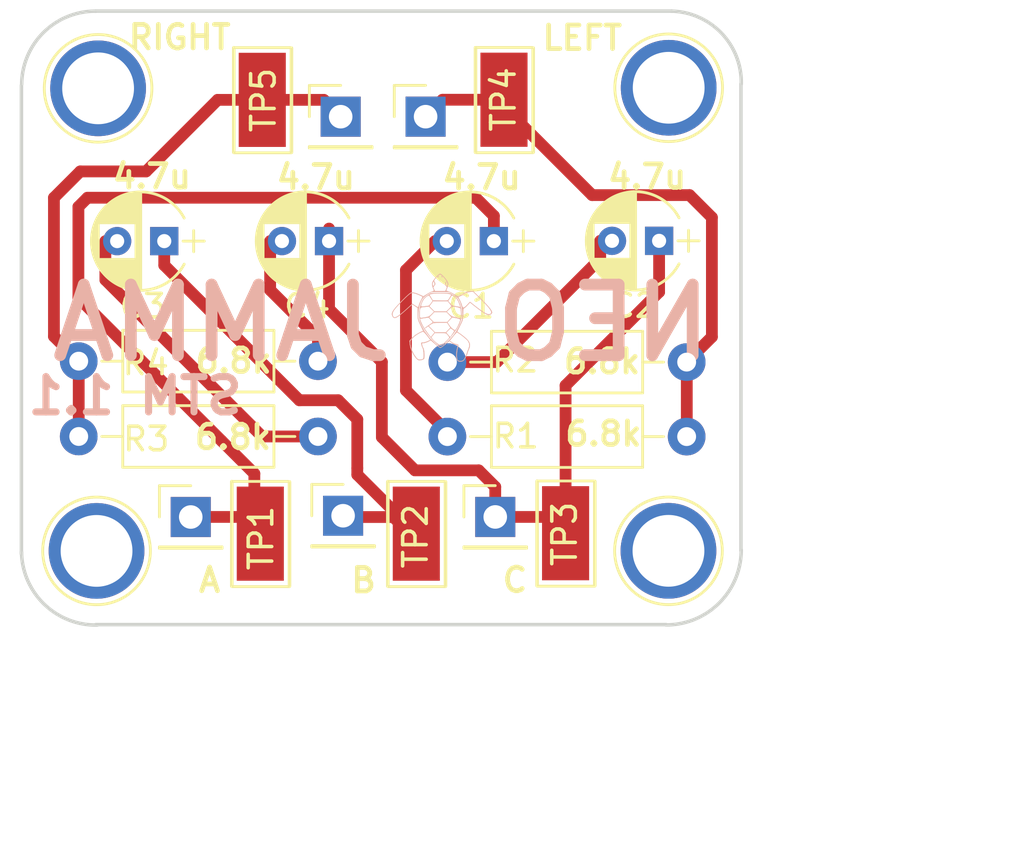
<source format=kicad_pcb>
(kicad_pcb (version 20221018) (generator pcbnew)
  (layers (0 "F.Cu" signal) (31 "B.Cu" signal) (34 "B.Paste" user) (35 "F.Paste" user) (36 "B.SilkS" user "B.Silkscreen") (37 "F.SilkS" user "F.Silkscreen") (38 "B.Mask" user) (39 "F.Mask" user) (44 "Edge.Cuts" user))
  (net 0 "")
  (net 1 "Net-(C1-Pad1)")
  (net 2 "Net-(C1-Pad2)")
  (net 3 "Net-(C2-Pad2)")
  (net 4 "Net-(C3-Pad1)")
  (net 5 "Net-(C3-Pad2)")
  (net 6 "Net-(C4-Pad2)")
  (net 7 "Net-(J4-Pad1)")
  (net 8 "Net-(J5-Pad1)")
  (net 9 "Net-(C2-Pad1)")
  (net 10 "Net-(H1-Pad1)")
  (net 11 "Net-(H2-Pad1)")
  (net 12 "Net-(H3-Pad1)")
  (net 13 "Net-(H4-Pad1)")
  (footprint "Pin_Headers:Pin_Header_Straight_1x01_Pitch2.54mm" (layer "F.Cu") (at 161.658 104.204)
    (fp_text reference "J1" (at 0.101 -0.097) (layer "F.SilkS") (effects (font (size 0.127 0.127) (thickness 0.03175))))
    (fp_text value "A")
    (pad "1" thru_hole rect (at 0 0) (size 1.7 1.7) (drill 1) (layers "*.Cu" "*.Mask") (net 1 "Net-(C1-Pad1)"))
  )
  (footprint "Pin_Headers:Pin_Header_Straight_1x01_Pitch2.54mm" (layer "F.Cu") (at 168.128 104.15)
    (fp_text reference "J2" (at 0.015 -0.016) (layer "F.SilkS") (effects (font (size 0.127 0.127) (thickness 0.03175))))
    (fp_text value "B")
    (pad "1" thru_hole rect (at 0 0) (size 1.7 1.7) (drill 1) (layers "*.Cu" "*.Mask") (net 4 "Net-(C3-Pad1)"))
  )
  (footprint "Pin_Headers:Pin_Header_Straight_1x01_Pitch2.54mm" (layer "F.Cu") (at 174.589 104.201)
    (fp_text reference "J3" (at -0.048 0.066) (layer "F.SilkS") (effects (font (size 0.127 0.127) (thickness 0.03175))))
    (fp_text value "C")
    (pad "1" thru_hole rect (at 0 0) (size 1.7 1.7) (drill 1) (layers "*.Cu" "*.Mask") (net 9 "Net-(C2-Pad1)"))
  )
  (footprint "Pin_Headers:Pin_Header_Straight_1x01_Pitch2.54mm" (layer "F.Cu") (at 171.631 87.193)
    (fp_text reference "J4" (at 0.002 -0.013) (layer "F.SilkS") (effects (font (size 0.127 0.127) (thickness 0.03175))))
    (fp_text value "LEFT")
    (pad "1" thru_hole rect (at 0 0) (size 1.7 1.7) (drill 1) (layers "*.Cu" "*.Mask") (net 7 "Net-(J4-Pad1)"))
  )
  (footprint "Pin_Headers:Pin_Header_Straight_1x01_Pitch2.54mm" (layer "F.Cu") (at 168.025 87.194)
    (fp_text reference "J5" (at -0.019 0.009) (layer "F.SilkS") (effects (font (size 0.127 0.127) (thickness 0.03175))))
    (fp_text value "RIGHT")
    (pad "1" thru_hole rect (at 0 0) (size 1.7 1.7) (drill 1) (layers "*.Cu" "*.Mask") (net 8 "Net-(J5-Pad1)"))
  )
  (footprint "Resistors_THT:R_Axial_DIN0207_L6.3mm_D2.5mm_P10.16mm_Horizontal" (layer "F.Cu") (at 172.557 100.787)
    (fp_text reference "R1" (at 2.9 -0.02) (layer "F.SilkS"))
    (fp_text value "6.8k")
    (pad "1" thru_hole circle (at 0 0) (size 1.6 1.6) (drill 0.8) (layers "*.Cu" "*.Mask") (net 2 "Net-(C1-Pad2)"))
    (pad "2" thru_hole oval (at 10.16 0) (size 1.6 1.6) (drill 0.8) (layers "*.Cu" "*.Mask") (net 7 "Net-(J4-Pad1)"))
  )
  (footprint "Resistors_THT:R_Axial_DIN0207_L6.3mm_D2.5mm_P10.16mm_Horizontal" (layer "F.Cu") (at 172.558 97.622)
    (fp_text reference "R2" (at 2.877 -0.083) (layer "F.SilkS"))
    (fp_text value "6.8k")
    (pad "1" thru_hole circle (at 0 0) (size 1.6 1.6) (drill 0.8) (layers "*.Cu" "*.Mask") (net 3 "Net-(C2-Pad2)"))
    (pad "2" thru_hole oval (at 10.16 0) (size 1.6 1.6) (drill 0.8) (layers "*.Cu" "*.Mask") (net 7 "Net-(J4-Pad1)"))
  )
  (footprint "Resistors_THT:R_Axial_DIN0207_L6.3mm_D2.5mm_P10.16mm_Horizontal" (layer "F.Cu") (at 167.061 100.782 180)
    (fp_text reference "R3" (at 7.292 -0.109 180) (layer "F.SilkS"))
    (fp_text value "6.8k")
    (pad "1" thru_hole circle (at 0 0 180) (size 1.6 1.6) (drill 0.8) (layers "*.Cu" "*.Mask") (net 5 "Net-(C3-Pad2)"))
    (pad "2" thru_hole oval (at 10.16 0 180) (size 1.6 1.6) (drill 0.8) (layers "*.Cu" "*.Mask") (net 8 "Net-(J5-Pad1)"))
  )
  (footprint "Resistors_THT:R_Axial_DIN0207_L6.3mm_D2.5mm_P10.16mm_Horizontal" (layer "F.Cu") (at 167.061 97.582 180)
    (fp_text reference "R4" (at 7.315 -0.076 180) (layer "F.SilkS"))
    (fp_text value "6.8k")
    (pad "1" thru_hole circle (at 0 0 180) (size 1.6 1.6) (drill 0.8) (layers "*.Cu" "*.Mask") (net 6 "Net-(C4-Pad2)"))
    (pad "2" thru_hole oval (at 10.16 0 180) (size 1.6 1.6) (drill 0.8) (layers "*.Cu" "*.Mask") (net 8 "Net-(J5-Pad1)"))
  )
  (footprint "TestPoint_Pad:TestPoint_Pad_2.0x4.0mm" (layer "F.Cu") (at 164.612 104.912)
    (fp_text reference "TP1" (at 0.03 0.188 90) (layer "F.SilkS"))
    (fp_text value "A")
    (pad "1" smd rect (at 0 0) (size 2 4) (layers "F.Cu" "F.Mask") (net 1 "Net-(C1-Pad1)"))
  )
  (footprint "TestPoint_Pad:TestPoint_Pad_2.0x4.0mm" (layer "F.Cu") (at 171.237 104.912)
    (fp_text reference "TP2" (at -0.036 0.109 90) (layer "F.SilkS"))
    (fp_text value "B")
    (pad "1" smd rect (at 0 0) (size 2 4) (layers "F.Cu" "F.Mask") (net 4 "Net-(C3-Pad1)"))
  )
  (footprint "TestPoint_Pad:TestPoint_Pad_2.0x4.0mm" (layer "F.Cu") (at 177.576 104.893)
    (fp_text reference "TP3" (at -0.042 0.033 90) (layer "F.SilkS"))
    (fp_text value "C")
    (pad "1" smd rect (at 0 0) (size 2 4) (layers "F.Cu" "F.Mask") (net 9 "Net-(C2-Pad1)"))
  )
  (footprint "TestPoint_Pad:TestPoint_Pad_2.0x4.0mm" (layer "F.Cu") (at 174.96 86.474)
    (fp_text reference "TP4" (at -0.025 -0.015 90) (layer "F.SilkS"))
    (fp_text value "LEFT")
    (pad "1" smd rect (at 0 0) (size 2 4) (layers "F.Cu" "F.Mask") (net 7 "Net-(J4-Pad1)"))
  )
  (footprint "TestPoint_Pad:TestPoint_Pad_2.0x4.0mm" (layer "F.Cu") (at 164.695 86.479)
    (fp_text reference "TP5" (at 0.049 0.008 90) (layer "F.SilkS"))
    (fp_text value "RIGHT")
    (pad "1" smd rect (at 0 0) (size 2 4) (layers "F.Cu" "F.Mask") (net 8 "Net-(J5-Pad1)"))
  )
  (footprint "Connectors:1pin" (layer "F.Cu") (at 157.724 85.989)
    (fp_text reference "H1" (at 0.084 -0.084) (layer "F.SilkS"))
    (fp_text value "Conn_01x01")
    (pad "1" thru_hole circle (at 0 0) (size 4.064 4.064) (drill 3.048) (layers "*.Cu" "*.Mask") (net 10 "Net-(H1-Pad1)"))
  )
  (footprint "Connectors:1pin" (layer "F.Cu") (at 181.954 85.965)
    (fp_text reference "H2" (at -0.036 -0.061) (layer "F.SilkS"))
    (fp_text value "Conn_01x01")
    (pad "1" thru_hole circle (at 0 0) (size 4.064 4.064) (drill 3.048) (layers "*.Cu" "*.Mask") (net 11 "Net-(H2-Pad1)"))
  )
  (footprint "Connectors:1pin" (layer "F.Cu") (at 157.658 105.644)
    (fp_text reference "H3" (at -0.028 0) (layer "F.SilkS"))
    (fp_text value "Conn_01x01")
    (pad "1" thru_hole circle (at 0 0) (size 4.064 4.064) (drill 3.048) (layers "*.Cu" "*.Mask") (net 12 "Net-(H3-Pad1)"))
  )
  (footprint "Connectors:1pin" (layer "F.Cu") (at 181.945 105.641)
    (fp_text reference "H4" (at 0.056 0.112) (layer "F.SilkS"))
    (fp_text value "Conn_01x01")
    (pad "1" thru_hole circle (at 0 0) (size 4.064 4.064) (drill 3.048) (layers "*.Cu" "*.Mask") (net 13 "Net-(H4-Pad1)"))
  )
  (footprint "Capacitors_THT:CP_Radial_D4.0mm_P2.00mm" (layer "F.Cu") (at 174.531 92.481 180)
    (fp_text reference "C1" (at 0.968 -2.766 180) (layer "F.SilkS"))
    (fp_text value "4.7u")
    (pad "1" thru_hole rect (at 0 0 180) (size 1.2 1.2) (drill 0.6) (layers "*.Cu" "*.Mask") (net 1 "Net-(C1-Pad1)"))
    (pad "2" thru_hole circle (at 2 0 180) (size 1.2 1.2) (drill 0.6) (layers "*.Cu" "*.Mask") (net 2 "Net-(C1-Pad2)"))
  )
  (footprint "Capacitors_THT:CP_Radial_D4.0mm_P2.00mm" (layer "F.Cu") (at 181.547 92.469 180)
    (fp_text reference "C2" (at 1.055 -2.751 180) (layer "F.SilkS"))
    (fp_text value "4.7u")
    (pad "1" thru_hole rect (at 0 0 180) (size 1.2 1.2) (drill 0.6) (layers "*.Cu" "*.Mask") (net 9 "Net-(C2-Pad1)"))
    (pad "2" thru_hole circle (at 2 0 180) (size 1.2 1.2) (drill 0.6) (layers "*.Cu" "*.Mask") (net 3 "Net-(C2-Pad2)"))
  )
  (footprint "Capacitors_THT:CP_Radial_D4.0mm_P2.00mm" (layer "F.Cu") (at 160.533 92.481 180)
    (fp_text reference "C3" (at 0.912 -2.766 180) (layer "F.SilkS"))
    (fp_text value "4.7u")
    (pad "1" thru_hole rect (at 0 0 180) (size 1.2 1.2) (drill 0.6) (layers "*.Cu" "*.Mask") (net 4 "Net-(C3-Pad1)"))
    (pad "2" thru_hole circle (at 2 0 180) (size 1.2 1.2) (drill 0.6) (layers "*.Cu" "*.Mask") (net 5 "Net-(C3-Pad2)"))
  )
  (footprint "Capacitors_THT:CP_Radial_D4.0mm_P2.00mm" (layer "F.Cu") (at 167.531 92.479 180)
    (fp_text reference "C4" (at 0.927 -2.761 180) (layer "F.SilkS"))
    (fp_text value "4.7u")
    (pad "1" thru_hole rect (at 0 0 180) (size 1.2 1.2) (drill 0.6) (layers "*.Cu" "*.Mask") (net 9 "Net-(C2-Pad1)"))
    (pad "2" thru_hole circle (at 2 0 180) (size 1.2 1.2) (drill 0.6) (layers "*.Cu" "*.Mask") (net 6 "Net-(C4-Pad2)"))
  )
  (footprint "tortule:logo" (layer "B.Cu") (at 172.273 95.722 180)
    (fp_text reference "HONU1" hide)
    (fp_text value "Conn_01x01" hide)
  )
  (gr_arc (start 157.685 108.794) (mid 155.43709 107.910934) (end 154.472 105.697) (stroke (width 0.15)) (layer "Edge.Cuts"))
  (gr_line (start 157.612 82.707) (end 182.095 82.707) (stroke (width 0.15)) (layer "Edge.Cuts"))
  (gr_line (start 185.023 85.794) (end 185.023 105.636) (stroke (width 0.15)) (layer "Edge.Cuts"))
  (gr_line (start 157.62 108.776) (end 181.851 108.776) (stroke (width 0.15)) (layer "Edge.Cuts"))
  (gr_arc (start 185.035 105.603) (mid 184.101842 107.855842) (end 181.849 108.789) (stroke (width 0.15)) (layer "Edge.Cuts"))
  (gr_line (start 154.467 105.77) (end 154.467 85.863) (stroke (width 0.15)) (layer "Edge.Cuts"))
  (gr_arc (start 154.479 85.819) (mid 155.409605 83.612321) (end 157.628 82.71) (stroke (width 0.15)) (layer "Edge.Cuts"))
  (gr_arc (start 182.065 82.709) (mid 184.191788 83.640479) (end 185.037 85.803) (stroke (width 0.15)) (layer "Edge.Cuts"))
  (gr_text "NEO  JAMMA" (at 169.758 95.966) (layer "B.SilkS") (effects (font (size 3 3) (thickness 0.5)) (justify mirror)))
  (gr_text "STM 1.1" (at 159.296 99.06) (layer "B.SilkS") (effects (font (size 1.5 1.5) (thickness 0.3)) (justify mirror)))
  (gr_text "B" (at 168.996 106.893) (layer "F.SilkS") (effects (font (size 1 1) (thickness 0.2))))
  (gr_text "A" (at 162.458 106.883) (layer "F.SilkS") (effects (font (size 1 1) (thickness 0.2))))
  (gr_text "C" (at 175.423 106.883) (layer "F.SilkS") (effects (font (size 1 1) (thickness 0.2))))
  (gr_text "RIGHT" (at 161.186 83.82) (layer "F.SilkS") (effects (font (size 1 1) (thickness 0.2))))
  (gr_text "6.8k" (at 179.179 100.668) (layer "F.SilkS") (effects (font (size 1 1) (thickness 0.2))))
  (gr_text "4.7u" (at 174.01 89.771) (layer "F.SilkS") (effects (font (size 1 1) (thickness 0.2))))
  (gr_text "4.7u" (at 166.969 89.771) (layer "F.SilkS") (effects (font (size 1 1) (thickness 0.2))))
  (gr_text "6.8k" (at 179.123 97.594) (layer "F.SilkS") (effects (font (size 1 1) (thickness 0.2))))
  (gr_text "4.7u" (at 160.005 89.733) (layer "F.SilkS") (effects (font (size 1 1) (thickness 0.2))))
  (gr_text "LEFT" (at 178.285 83.848) (layer "F.SilkS") (effects (font (size 1 1) (thickness 0.2))))
  (gr_text "6.8k" (at 163.477 97.566) (layer "F.SilkS") (effects (font (size 1 1) (thickness 0.2))))
  (gr_text "4.7u" (at 181.036 89.748) (layer "F.SilkS") (effects (font (size 1 1) (thickness 0.2))))
  (gr_text "6.8k" (at 163.449 100.808) (layer "F.SilkS") (effects (font (size 1 1) (thickness 0.2))))
  (segment (start 174.512 92.481) (end 174.531 92.481) (width 0.5) (layer "F.Cu") (net 1))
  (segment (start 162.962 100.963) (end 156.888 94.889) (width 0.5) (layer "F.Cu") (net 1))
  (segment (start 156.888 94.889) (end 156.888 91.023) (width 0.5) (layer "F.Cu") (net 1))
  (segment (start 156.888 91.023) (end 157.274 90.637) (width 0.5) (layer "F.Cu") (net 1))
  (segment (start 157.274 90.637) (end 173.759 90.637) (width 0.5) (layer "F.Cu") (net 1))
  (segment (start 173.759 90.637) (end 174.531 91.409) (width 0.5) (layer "F.Cu") (net 1))
  (segment (start 174.531 91.409) (end 174.531 92.481) (width 0.5) (layer "F.Cu") (net 1))
  (segment (start 164.359 102.36) (end 162.962 100.963) (width 0.5) (layer "F.Cu") (net 1))
  (segment (start 174.531 92.481) (end 174.531 92.416) (width 0.5) (layer "F.Cu") (net 1))
  (segment (start 164.359 104.93) (end 164.359 102.36) (width 0.5) (layer "F.Cu") (net 1))
  (segment (start 161.067 104.201) (end 163.63 104.201) (width 0.5) (layer "F.Cu") (net 1))
  (segment (start 172.563 100.589) (end 170.797 98.823) (width 0.5) (layer "F.Cu") (net 2))
  (segment (start 170.797 98.823) (end 170.797 93.715) (width 0.5) (layer "F.Cu") (net 2))
  (segment (start 170.797 93.715) (end 172.031 92.481) (width 0.5) (layer "F.Cu") (net 2))
  (segment (start 172.563 100.828) (end 172.563 100.589) (width 0.5) (layer "F.Cu") (net 2))
  (segment (start 179.047 93.228) (end 174.653 97.622) (width 0.5) (layer "F.Cu") (net 3))
  (segment (start 174.653 97.622) (end 172.558 97.622) (width 0.5) (layer "F.Cu") (net 3))
  (segment (start 179.047 92.469) (end 179.047 93.228) (width 0.5) (layer "F.Cu") (net 3))
  (segment (start 170.263 104.205) (end 170.991 104.933) (width 0.5) (layer "F.Cu") (net 4))
  (segment (start 160.533 93.505) (end 166.271 99.243) (width 0.5) (layer "F.Cu") (net 4))
  (segment (start 166.271 99.243) (end 167.92 99.243) (width 0.5) (layer "F.Cu") (net 4))
  (segment (start 167.92 99.243) (end 168.73 100.053) (width 0.5) (layer "F.Cu") (net 4))
  (segment (start 168.73 100.053) (end 168.73 102.128) (width 0.5) (layer "F.Cu") (net 4))
  (segment (start 168.73 102.405) (end 171.237 104.912) (width 0.5) (layer "F.Cu") (net 4))
  (segment (start 160.533 92.481) (end 160.533 93.505) (width 0.5) (layer "F.Cu") (net 4))
  (segment (start 167.694 104.205) (end 170.263 104.205) (width 0.5) (layer "F.Cu") (net 4))
  (segment (start 168.73 102.128) (end 168.73 102.405) (width 0.5) (layer "F.Cu") (net 4))
  (segment (start 158.033 94.127) (end 164.688 100.782) (width 0.5) (layer "F.Cu") (net 5))
  (segment (start 164.688 100.782) (end 167.061 100.782) (width 0.5) (layer "F.Cu") (net 5))
  (segment (start 158.033 92.481) (end 158.033 94.127) (width 0.5) (layer "F.Cu") (net 5))
  (segment (start 167.061 96.591) (end 165.031 94.561) (width 0.5) (layer "F.Cu") (net 6))
  (segment (start 165.031 94.561) (end 165.031 92.479) (width 0.5) (layer "F.Cu") (net 6))
  (segment (start 167.061 97.582) (end 167.061 96.591) (width 0.5) (layer "F.Cu") (net 6))
  (segment (start 183.119 97.221) (end 182.718 97.622) (width 0.5) (layer "F.Cu") (net 7))
  (segment (start 182.723 97.627) (end 182.718 97.622) (width 0.5) (layer "F.Cu") (net 7))
  (segment (start 172.35 86.474) (end 171.631 87.193) (width 0.5) (layer "F.Cu") (net 7))
  (segment (start 174.96 86.782) (end 178.704 90.526) (width 0.5) (layer "F.Cu") (net 7))
  (segment (start 178.704 90.526) (end 182.84 90.526) (width 0.5) (layer "F.Cu") (net 7))
  (segment (start 182.84 90.526) (end 183.789 91.475) (width 0.5) (layer "F.Cu") (net 7))
  (segment (start 183.789 91.475) (end 183.789 96.551) (width 0.5) (layer "F.Cu") (net 7))
  (segment (start 183.789 96.551) (end 182.718 97.622) (width 0.5) (layer "F.Cu") (net 7))
  (segment (start 174.96 86.474) (end 174.96 86.837) (width 0.5) (layer "F.Cu") (net 7))
  (segment (start 174.96 86.474) (end 174.96 86.782) (width 0.5) (layer "F.Cu") (net 7))
  (segment (start 182.723 100.828) (end 182.723 97.627) (width 0.5) (layer "F.Cu") (net 7))
  (segment (start 174.96 86.474) (end 172.35 86.474) (width 0.5) (layer "F.Cu") (net 7))
  (segment (start 167.31 86.479) (end 168.025 87.194) (width 0.5) (layer "F.Cu") (net 8))
  (segment (start 162.802 86.479) (end 159.761 89.52) (width 0.5) (layer "F.Cu") (net 8))
  (segment (start 159.761 89.52) (end 156.966 89.52) (width 0.5) (layer "F.Cu") (net 8))
  (segment (start 156.966 89.52) (end 155.849 90.637) (width 0.5) (layer "F.Cu") (net 8))
  (segment (start 155.849 90.637) (end 155.849 96.53) (width 0.5) (layer "F.Cu") (net 8))
  (segment (start 155.849 96.53) (end 156.901 97.582) (width 0.5) (layer "F.Cu") (net 8))
  (segment (start 164.695 86.479) (end 167.31 86.479) (width 0.5) (layer "F.Cu") (net 8))
  (segment (start 156.901 100.782) (end 156.901 97.582) (width 0.5) (layer "F.Cu") (net 8))
  (segment (start 164.695 86.479) (end 162.802 86.479) (width 0.5) (layer "F.Cu") (net 8))
  (segment (start 177.17 104.201) (end 177.881 104.912) (width 0.5) (layer "F.Cu") (net 9))
  (segment (start 167.531 95.37) (end 169.774 97.613) (width 0.5) (layer "F.Cu") (net 9))
  (segment (start 169.774 97.613) (end 169.774 100.813) (width 0.5) (layer "F.Cu") (net 9))
  (segment (start 169.774 100.813) (end 171.183 102.222) (width 0.5) (layer "F.Cu") (net 9))
  (segment (start 171.183 102.222) (end 173.888 102.222) (width 0.5) (layer "F.Cu") (net 9))
  (segment (start 173.888 102.222) (end 174.589 102.923) (width 0.5) (layer "F.Cu") (net 9))
  (segment (start 174.589 102.923) (end 174.589 104.201) (width 0.5) (layer "F.Cu") (net 9))
  (segment (start 181.547 94.642) (end 177.576 98.613) (width 0.5) (layer "F.Cu") (net 9))
  (segment (start 177.576 98.613) (end 177.576 104.893) (width 0.5) (layer "F.Cu") (net 9))
  (segment (start 174.589 104.201) (end 177.17 104.201) (width 0.5) (layer "F.Cu") (net 9))
  (segment (start 167.531 92.479) (end 167.531 95.37) (width 0.5) (layer "F.Cu") (net 9))
  (segment (start 181.547 92.469) (end 181.547 94.64) (width 0.5) (layer "F.Cu") (net 9))
  (segment (start 181.547 94.64) (end 181.547 94.642) (width 0.5) (layer "F.Cu") (net 9))
  (segment (start 167.531 92.479) (end 167.531 92.311) (width 0.5) (layer "F.Cu") (net 9))
  (segment (start 167.531 92.479) (end 167.531 91.948) (width 0.5) (layer "F.Cu") (net 9))
)
</source>
